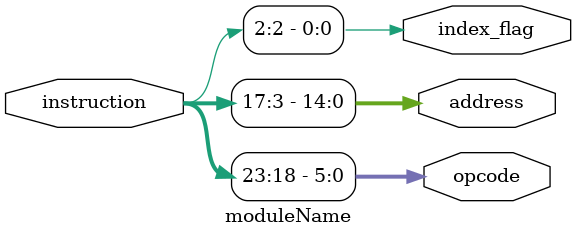
<source format=sv>
`ifndef SIC_DECODER_SV
`define SIC_DECODER_SV

module moduleName #(
    parameter DATA_WIDTH = 24,
    parameter OPCODE_WIDTH = 6,
    parameter ADDRESS_WIDTH = 15
) (
    input logic [DATA_WIDTH-1:0] instruction,
    output logic [OPCODE_WIDTH-1:0] opcode,
    output logic [ADDRESS_WIDTH-1:0] address,
    output logic index_flag
);

    assign opcode = instruction[23:18];
    assign address = instruction[17:3];
    assign index_flag = instruction[2];
    
endmodule

`endif
</source>
